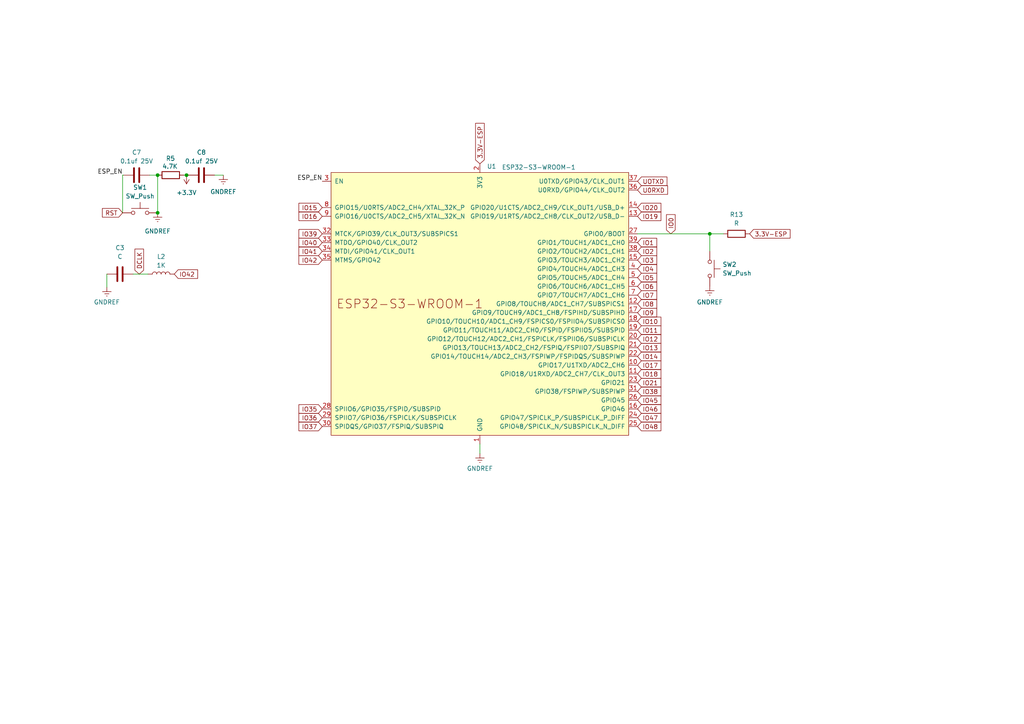
<source format=kicad_sch>
(kicad_sch (version 20230121) (generator eeschema)
  (paper "A4")
  (lib_symbols
    (symbol "Device:C" (pin_numbers hide) (pin_names (offset 0.254))
      (property "Reference" "C" (at 0.635 2.54 0))
      (property "Value" "C" (at 0.635 -2.54 0))
      (symbol "C_0_1"
        (polyline (pts (xy -2.032 -0.762) (xy 2.032 -0.762)) (stroke (width 0.508)))
        (polyline (pts (xy -2.032 0.762) (xy 2.032 0.762)) (stroke (width 0.508)))
      )
      (symbol "C_1_1"
        (pin passive line (at 0 3.81 270) (length 2.794) (name "~") (number "1"))
        (pin passive line (at 0 -3.81 90) (length 2.794) (name "~") (number "2"))
      )
    )
    (symbol "Device:L" (pin_numbers hide) (pin_names (offset 1.016) hide)
      (property "Reference" "L" (at -1.27 0 90))
      (property "Value" "L" (at 1.905 0 90))
      (symbol "L_0_1"
        (arc (start 0 -2.54) (mid 0.6323 -1.905) (end 0 -1.27))
        (arc (start 0 -1.27) (mid 0.6323 -0.635) (end 0 0))
        (arc (start 0 0) (mid 0.6323 0.635) (end 0 1.27))
        (arc (start 0 1.27) (mid 0.6323 1.905) (end 0 2.54))
      )
      (symbol "L_1_1"
        (pin passive line (at 0 3.81 270) (length 1.27) (name "1") (number "1"))
        (pin passive line (at 0 -3.81 90) (length 1.27) (name "2") (number "2"))
      )
    )
    (symbol "Device:R" (pin_numbers hide) (pin_names (offset 0))
      (property "Reference" "R" (at 2.032 0 90))
      (property "Value" "R" (at 0 0 90))
      (symbol "R_0_1"
        (rectangle (start -1.016 -2.54) (end 1.016 2.54) (stroke (width 0.254)))
      )
      (symbol "R_1_1"
        (pin passive line (at 0 3.81 270) (length 1.27) (name "~") (number "1"))
        (pin passive line (at 0 -3.81 90) (length 1.27) (name "~") (number "2"))
      )
    )
    (symbol "PCM_Espressif:ESP32-S3-WROOM-1" (pin_names (offset 1.016))
      (property "Reference" "U" (at -43.18 43.18 0))
      (property "Value" "ESP32-S3-WROOM-1" (at -43.18 40.64 0))
      (symbol "ESP32-S3-WROOM-1_0_0"
        (text "ESP32-S3-WROOM-1" (at -20.32 0 0) (effects (font (size 2.54 2.54))))
        (pin power_in line (at 0 -40.64 90) (length 2.54) (name "GND") (number "1"))
        (pin bidirectional line (at 45.72 -17.78 180) (length 2.54) (name "GPIO17/U1TXD/ADC2_CH6") (number "10"))
        (pin bidirectional line (at 45.72 -20.32 180) (length 2.54) (name "GPIO18/U1RXD/ADC2_CH7/CLK_OUT3") (number "11"))
        (pin bidirectional line (at 45.72 0 180) (length 2.54) (name "GPIO8/TOUCH8/ADC1_CH7/SUBSPICS1") (number "12"))
        (pin bidirectional line (at 45.72 25.4 180) (length 2.54) (name "GPIO19/U1RTS/ADC2_CH8/CLK_OUT2/USB_D-") (number "13"))
        (pin bidirectional line (at 45.72 27.94 180) (length 2.54) (name "GPIO20/U1CTS/ADC2_CH9/CLK_OUT1/USB_D+") (number "14"))
        (pin bidirectional line (at 45.72 12.7 180) (length 2.54) (name "GPIO3/TOUCH3/ADC1_CH2") (number "15"))
        (pin bidirectional line (at 45.72 -30.48 180) (length 2.54) (name "GPIO46") (number "16"))
        (pin bidirectional line (at 45.72 -2.54 180) (length 2.54) (name "GPIO9/TOUCH9/ADC1_CH8/FSPIHD/SUBSPIHD") (number "17"))
        (pin bidirectional line (at 45.72 -5.08 180) (length 2.54) (name "GPIO10/TOUCH10/ADC1_CH9/FSPICS0/FSPIIO4/SUBSPICS0") (number "18"))
        (pin bidirectional line (at 45.72 -7.62 180) (length 2.54) (name "GPIO11/TOUCH11/ADC2_CH0/FSPID/FSPIIO5/SUBSPID") (number "19"))
        (pin power_in line (at 0 40.64 270) (length 2.54) (name "3V3") (number "2"))
        (pin bidirectional line (at 45.72 -10.16 180) (length 2.54) (name "GPIO12/TOUCH12/ADC2_CH1/FSPICLK/FSPIIO6/SUBSPICLK") (number "20"))
        (pin bidirectional line (at 45.72 -12.7 180) (length 2.54) (name "GPIO13/TOUCH13/ADC2_CH2/FSPIQ/FSPIIO7/SUBSPIQ") (number "21"))
        (pin bidirectional line (at 45.72 -15.24 180) (length 2.54) (name "GPIO14/TOUCH14/ADC2_CH3/FSPIWP/FSPIDQS/SUBSPIWP") (number "22"))
        (pin bidirectional line (at 45.72 -22.86 180) (length 2.54) (name "GPIO21") (number "23"))
        (pin bidirectional line (at 45.72 -33.02 180) (length 2.54) (name "GPIO47/SPICLK_P/SUBSPICLK_P_DIFF") (number "24"))
        (pin bidirectional line (at 45.72 -35.56 180) (length 2.54) (name "GPIO48/SPICLK_N/SUBSPICLK_N_DIFF") (number "25"))
        (pin bidirectional line (at 45.72 -27.94 180) (length 2.54) (name "GPIO45") (number "26"))
        (pin bidirectional line (at 45.72 20.32 180) (length 2.54) (name "GPIO0/BOOT") (number "27"))
        (pin bidirectional line (at -45.72 -30.48 0) (length 2.54) (name "SPIIO6/GPIO35/FSPID/SUBSPID") (number "28"))
        (pin bidirectional line (at -45.72 -33.02 0) (length 2.54) (name "SPIIO7/GPIO36/FSPICLK/SUBSPICLK") (number "29"))
        (pin input line (at -45.72 35.56 0) (length 2.54) (name "EN") (number "3"))
        (pin bidirectional line (at -45.72 -35.56 0) (length 2.54) (name "SPIDQS/GPIO37/FSPIQ/SUBSPIQ") (number "30"))
        (pin bidirectional line (at 45.72 -25.4 180) (length 2.54) (name "GPIO38/FSPIWP/SUBSPIWP") (number "31"))
        (pin bidirectional line (at -45.72 20.32 0) (length 2.54) (name "MTCK/GPIO39/CLK_OUT3/SUBSPICS1") (number "32"))
        (pin bidirectional line (at -45.72 17.78 0) (length 2.54) (name "MTDO/GPIO40/CLK_OUT2") (number "33"))
        (pin bidirectional line (at -45.72 15.24 0) (length 2.54) (name "MTDI/GPIO41/CLK_OUT1") (number "34"))
        (pin bidirectional line (at -45.72 12.7 0) (length 2.54) (name "MTMS/GPIO42") (number "35"))
        (pin bidirectional line (at 45.72 33.02 180) (length 2.54) (name "U0RXD/GPIO44/CLK_OUT2") (number "36"))
        (pin bidirectional line (at 45.72 35.56 180) (length 2.54) (name "U0TXD/GPIO43/CLK_OUT1") (number "37"))
        (pin bidirectional line (at 45.72 15.24 180) (length 2.54) (name "GPIO2/TOUCH2/ADC1_CH1") (number "38"))
        (pin bidirectional line (at 45.72 17.78 180) (length 2.54) (name "GPIO1/TOUCH1/ADC1_CH0") (number "39"))
        (pin bidirectional line (at 45.72 10.16 180) (length 2.54) (name "GPIO4/TOUCH4/ADC1_CH3") (number "4"))
        (pin passive line (at 0 -40.64 90) (length 2.54) hide (name "GND") (number "40"))
        (pin passive line (at 0 -40.64 90) (length 2.54) hide (name "GND") (number "41"))
        (pin bidirectional line (at 45.72 7.62 180) (length 2.54) (name "GPIO5/TOUCH5/ADC1_CH4") (number "5"))
        (pin bidirectional line (at 45.72 5.08 180) (length 2.54) (name "GPIO6/TOUCH6/ADC1_CH5") (number "6"))
        (pin bidirectional line (at 45.72 2.54 180) (length 2.54) (name "GPIO7/TOUCH7/ADC1_CH6") (number "7"))
        (pin bidirectional line (at -45.72 27.94 0) (length 2.54) (name "GPIO15/U0RTS/ADC2_CH4/XTAL_32K_P") (number "8"))
        (pin bidirectional line (at -45.72 25.4 0) (length 2.54) (name "GPIO16/U0CTS/ADC2_CH5/XTAL_32K_N") (number "9"))
      )
      (symbol "ESP32-S3-WROOM-1_0_1"
        (rectangle (start -43.18 38.1) (end 43.18 -38.1) (fill (type background)))
      )
    )
    (symbol "Switch:SW_Push" (pin_numbers hide) (pin_names (offset 1.016) hide)
      (property "Reference" "SW" (at 1.27 2.54 0))
      (property "Value" "SW_Push" (at 0 -1.524 0))
      (symbol "SW_Push_0_1"
        (circle (center -2.032 0) (radius 0.508))
        (polyline (pts (xy 0 1.27) (xy 0 3.048)))
        (polyline (pts (xy 2.54 1.27) (xy -2.54 1.27)))
        (circle (center 2.032 0) (radius 0.508))
        (pin passive line (at -5.08 0 0) (length 2.54) (name "1") (number "1"))
        (pin passive line (at 5.08 0 180) (length 2.54) (name "2") (number "2"))
      )
    )
    (symbol "power:+3.3V" (power) (pin_names (offset 0))
      (property "Value" "+3.3V" (at 0 3.556 0))
      (symbol "+3.3V_0_1"
        (polyline (pts (xy -0.762 1.27) (xy 0 2.54)))
        (polyline (pts (xy 0 0) (xy 0 2.54)))
        (polyline (pts (xy 0 2.54) (xy 0.762 1.27)))
      )
      (symbol "+3.3V_1_1"
        (pin power_in line (at 0 0 90) (length 0) hide (name "+3.3V") (number "1"))
      )
    )
    (symbol "power:GNDREF" (power) (pin_names (offset 0))
      (property "Value" "GNDREF" (at 0 -3.81 0))
      (symbol "GNDREF_0_1"
        (polyline (pts (xy -0.635 -1.905) (xy 0.635 -1.905)))
        (polyline (pts (xy -0.127 -2.54) (xy 0.127 -2.54)))
        (polyline (pts (xy 0 -1.27) (xy 0 0)))
        (polyline (pts (xy 1.27 -1.27) (xy -1.27 -1.27)))
      )
      (symbol "GNDREF_1_1"
        (pin power_in line (at 0 0 270) (length 0) hide (name "GNDREF") (number "1"))
      )
    )
  )
  (junction (at 54.102 50.8))
  (junction (at 205.867 67.818))
  (junction (at 45.72 61.722))
  (junction (at 45.72 50.8))
  (wire (pts (xy 62.23 50.8) (xy 64.77 50.8)))
  (wire (pts (xy 205.867 67.818) (xy 205.867 72.898)))
  (wire (pts (xy 54.61 50.8) (xy 54.102 50.8)))
  (wire (pts (xy 139.192 128.778) (xy 139.192 131.572)))
  (wire (pts (xy 35.56 50.8) (xy 35.56 61.722)))
  (wire (pts (xy 205.867 67.818) (xy 209.804 67.818)))
  (wire (pts (xy 54.102 50.8) (xy 53.34 50.8)))
  (wire (pts (xy 35.814 50.8) (xy 35.56 50.8)))
  (wire (pts (xy 30.988 79.502) (xy 30.988 83.312)))
  (wire (pts (xy 184.912 67.818) (xy 205.867 67.818)))
  (wire (pts (xy 43.434 50.8) (xy 45.72 50.8)))
  (wire (pts (xy 45.72 50.8) (xy 45.72 61.722)))
  (wire (pts (xy 38.608 79.502) (xy 42.926 79.502)))
  (label "ESP_EN" (at 93.472 52.578 180))
  (label "ESP_EN" (at 35.56 50.8 180))
  (global_label "3.3V-ESP" (shape input) (at 139.192 47.498 90) (property "Intersheetrefs" "${INTERSHEET_REFS}" (effects hide)))
  (global_label "IO42" (shape input) (at 50.546 79.502 0) (property "Intersheetrefs" "${INTERSHEET_REFS}" (effects hide)))
  (global_label "IO4" (shape input) (at 184.912 77.978 0) (property "Intersheetrefs" "${INTERSHEET_REFS}" (effects hide)))
  (global_label "IO3" (shape input) (at 184.912 75.438 0) (property "Intersheetrefs" "${INTERSHEET_REFS}" (effects hide)))
  (global_label "IO18" (shape input) (at 184.912 108.458 0) (property "Intersheetrefs" "${INTERSHEET_REFS}" (effects hide)))
  (global_label "IO42" (shape input) (at 93.472 75.438 180) (property "Intersheetrefs" "${INTERSHEET_REFS}" (effects hide)))
  (global_label "UOTXD" (shape input) (at 184.912 52.578 0) (property "Intersheetrefs" "${INTERSHEET_REFS}" (effects hide)))
  (global_label "IO40" (shape input) (at 93.472 70.358 180) (property "Intersheetrefs" "${INTERSHEET_REFS}" (effects hide)))
  (global_label "IO1" (shape input) (at 184.912 70.358 0) (property "Intersheetrefs" "${INTERSHEET_REFS}" (effects hide)))
  (global_label "IO48" (shape input) (at 184.912 123.698 0) (property "Intersheetrefs" "${INTERSHEET_REFS}" (effects hide)))
  (global_label "IO15" (shape input) (at 93.472 60.198 180) (property "Intersheetrefs" "${INTERSHEET_REFS}" (effects hide)))
  (global_label "IO21" (shape input) (at 184.912 110.998 0) (property "Intersheetrefs" "${INTERSHEET_REFS}" (effects hide)))
  (global_label "IO39" (shape input) (at 93.472 67.818 180) (property "Intersheetrefs" "${INTERSHEET_REFS}" (effects hide)))
  (global_label "IO9" (shape input) (at 184.912 90.678 0) (property "Intersheetrefs" "${INTERSHEET_REFS}" (effects hide)))
  (global_label "IO14" (shape input) (at 184.912 103.378 0) (property "Intersheetrefs" "${INTERSHEET_REFS}" (effects hide)))
  (global_label "IO38" (shape input) (at 184.912 113.538 0) (property "Intersheetrefs" "${INTERSHEET_REFS}" (effects hide)))
  (global_label "IO11" (shape input) (at 184.912 95.758 0) (property "Intersheetrefs" "${INTERSHEET_REFS}" (effects hide)))
  (global_label "IO0" (shape input) (at 194.564 67.818 90) (property "Intersheetrefs" "${INTERSHEET_REFS}" (effects hide)))
  (global_label "IO6" (shape input) (at 184.912 83.058 0) (property "Intersheetrefs" "${INTERSHEET_REFS}" (effects hide)))
  (global_label "IO41" (shape input) (at 93.472 72.898 180) (property "Intersheetrefs" "${INTERSHEET_REFS}" (effects hide)))
  (global_label "IO8" (shape input) (at 184.912 88.138 0) (property "Intersheetrefs" "${INTERSHEET_REFS}" (effects hide)))
  (global_label "IO5" (shape input) (at 184.912 80.518 0) (property "Intersheetrefs" "${INTERSHEET_REFS}" (effects hide)))
  (global_label "U0RXD" (shape input) (at 184.912 55.118 0) (property "Intersheetrefs" "${INTERSHEET_REFS}" (effects hide)))
  (global_label "IO36" (shape input) (at 93.472 121.158 180) (property "Intersheetrefs" "${INTERSHEET_REFS}" (effects hide)))
  (global_label "IO7" (shape input) (at 184.912 85.598 0) (property "Intersheetrefs" "${INTERSHEET_REFS}" (effects hide)))
  (global_label "DCLK" (shape input) (at 40.386 79.502 90) (property "Intersheetrefs" "${INTERSHEET_REFS}" (effects hide)))
  (global_label "IO10" (shape input) (at 184.912 93.218 0) (property "Intersheetrefs" "${INTERSHEET_REFS}" (effects hide)))
  (global_label "IO2" (shape input) (at 184.912 72.898 0) (property "Intersheetrefs" "${INTERSHEET_REFS}" (effects hide)))
  (global_label "IO17" (shape input) (at 184.912 105.918 0) (property "Intersheetrefs" "${INTERSHEET_REFS}" (effects hide)))
  (global_label "IO35" (shape input) (at 93.472 118.618 180) (property "Intersheetrefs" "${INTERSHEET_REFS}" (effects hide)))
  (global_label "IO47" (shape input) (at 184.912 121.158 0) (property "Intersheetrefs" "${INTERSHEET_REFS}" (effects hide)))
  (global_label "IO12" (shape input) (at 184.912 98.298 0) (property "Intersheetrefs" "${INTERSHEET_REFS}" (effects hide)))
  (global_label "3.3V-ESP" (shape input) (at 217.424 67.818 0) (property "Intersheetrefs" "${INTERSHEET_REFS}" (effects hide)))
  (global_label "IO37" (shape input) (at 93.472 123.698 180) (property "Intersheetrefs" "${INTERSHEET_REFS}" (effects hide)))
  (global_label "IO45" (shape input) (at 184.912 116.078 0) (property "Intersheetrefs" "${INTERSHEET_REFS}" (effects hide)))
  (global_label "IO46" (shape input) (at 184.912 118.618 0) (property "Intersheetrefs" "${INTERSHEET_REFS}" (effects hide)))
  (global_label "IO13" (shape input) (at 184.912 100.838 0) (property "Intersheetrefs" "${INTERSHEET_REFS}" (effects hide)))
  (global_label "IO20" (shape input) (at 184.912 60.198 0) (property "Intersheetrefs" "${INTERSHEET_REFS}" (effects hide)))
  (global_label "IO16" (shape input) (at 93.472 62.738 180) (property "Intersheetrefs" "${INTERSHEET_REFS}" (effects hide)))
  (global_label "IO19" (shape input) (at 184.912 62.738 0) (property "Intersheetrefs" "${INTERSHEET_REFS}" (effects hide)))
  (global_label "RST" (shape input) (at 35.56 61.722 180) (property "Intersheetrefs" "${INTERSHEET_REFS}" (effects hide)))
  (symbol (lib_id "PCM_Espressif:ESP32-S3-WROOM-1") (at 139.192 88.138 0) (unit 1)
    (property "Reference" "U1" (at 141.224 48.26 0) (effects (justify left)))
    (property "Value" "ESP32-S3-WROOM-1" (at 145.542 48.514 0) (effects (justify left)))
    (property "Footprint" "Espressif:ESP32-S3-WROOM-1" (effects hide))
    (property "Datasheet" "https://www.espressif.com/sites/default/files/documentation/esp32-s3-wroom-1_wroom-1u_datasheet_en.pdf" (effects hide))
  )
  (symbol (lib_id "power:GNDREF") (at 45.72 61.722 0) (unit 1)
    (property "Reference" "#PWR012" (effects hide))
    (property "Value" "GNDREF" (at 45.72 67.056 0))
  )
  (symbol (lib_id "Device:C") (at 58.42 50.8 270) (unit 1)
    (property "Reference" "C8" (at 58.42 44.196 90))
    (property "Value" "0.1uf 25V" (at 58.42 46.736 90))
  )
  (symbol (lib_id "power:GNDREF") (at 139.192 131.572 0) (unit 1)
    (property "Reference" "#PWR06" (effects hide))
    (property "Value" "GNDREF" (at 139.192 135.89 0))
  )
  (symbol (lib_id "power:+3.3V") (at 54.102 50.8 180) (unit 1)
    (property "Reference" "#PWR036" (effects hide))
    (property "Value" "+3.3V" (at 54.102 55.88 0))
  )
  (symbol (lib_id "Switch:SW_Push") (at 205.867 77.978 270) (unit 1)
    (property "Reference" "SW2" (at 209.55 76.708 90) (effects (justify left)))
    (property "Value" "SW_Push" (at 209.55 79.248 90) (effects (justify left)))
  )
  (symbol (lib_id "Switch:SW_Push") (at 40.64 61.722 0) (unit 1)
    (property "Reference" "SW1" (at 40.64 54.356 0))
    (property "Value" "SW_Push" (at 40.64 56.896 0))
  )
  (symbol (lib_id "Device:C") (at 34.798 79.502 270) (mirror x) (unit 1)
    (property "Reference" "C3" (at 34.798 71.882 90))
    (property "Value" "C" (at 34.798 74.422 90))
  )
  (symbol (lib_id "power:GNDREF") (at 30.988 83.312 0) (unit 1)
    (property "Reference" "#PWR04" (effects hide))
    (property "Value" "GNDREF" (at 30.988 87.63 0))
  )
  (symbol (lib_id "Device:R") (at 49.53 50.8 270) (unit 1)
    (property "Reference" "R5" (at 50.8 45.974 90) (effects (justify right)))
    (property "Value" "4.7K" (at 51.562 48.26 90) (effects (justify right)))
  )
  (symbol (lib_id "power:GNDREF") (at 64.77 50.8 0) (unit 1)
    (property "Reference" "#PWR011" (effects hide))
    (property "Value" "GNDREF" (at 64.77 55.626 0))
  )
  (symbol (lib_id "power:GNDREF") (at 205.867 83.058 0) (unit 1)
    (property "Reference" "#PWR039" (effects hide))
    (property "Value" "GNDREF" (at 205.867 87.63 0))
  )
  (symbol (lib_id "Device:R") (at 213.614 67.818 90) (unit 1)
    (property "Reference" "R13" (at 213.614 62.23 90))
    (property "Value" "R" (at 213.614 64.77 90))
  )
  (symbol (lib_id "Device:L") (at 46.736 79.502 270) (mirror x) (unit 1)
    (property "Reference" "L2" (at 46.736 74.422 90))
    (property "Value" "1K" (at 46.736 76.962 90))
    (instances (project "iotThermostatRgb" (path "" (reference "L2") (unit 1)) (path "" (reference "L1") (unit 1))))
  )
  (symbol (lib_id "Device:C") (at 39.624 50.8 270) (unit 1)
    (property "Reference" "C7" (at 39.624 44.196 90))
    (property "Value" "0.1uf 25V" (at 39.624 46.736 90))
  )
)
</source>
